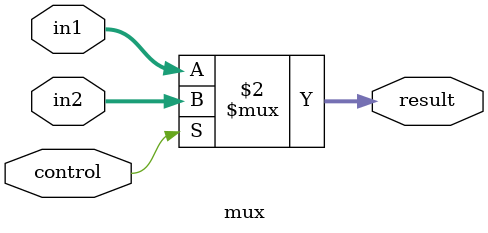
<source format=v>
/*module tb_mux ();
    reg [31:0] in1;
    reg [31:0] in2;
    reg control;
    wire [31:0] result;

    mux inst (
        .in1(in1),
        .in2(in2),
        .control(control),
        .result(result)
    );

    initial begin
        in1 = 32'd3;
        in2 = 32'd15;
        #5
        control = 1'b0;
        #5
        $display("control 0: %b", result);
        #5
        control = 1'b1;
        #5
        $display("control 1: %b", result);
        #5 
        $finish;
        
    end
endmodule */

module mux (
    input wire [31:0] in1,
    input wire [31:0] in2,
    input wire control,
    output wire [31:0] result
);
    assign result = (control == 1) ? in2 : in1;

endmodule
</source>
